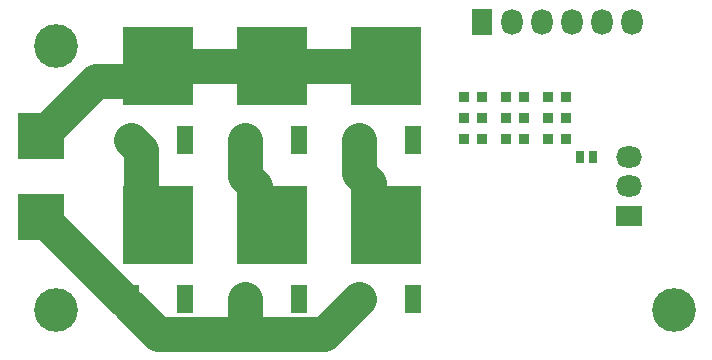
<source format=gbs>
G04*
G04 #@! TF.GenerationSoftware,Altium Limited,Altium Designer,21.7.1 (17)*
G04*
G04 Layer_Color=16711935*
%FSLAX44Y44*%
%MOMM*%
G71*
G04*
G04 #@! TF.SameCoordinates,3410F848-C5A3-4CD9-B6BE-FCF06B59130C*
G04*
G04*
G04 #@! TF.FilePolarity,Negative*
G04*
G01*
G75*
%ADD34R,0.9500X0.9500*%
%ADD36C,3.7000*%
%ADD37R,2.2000X1.8000*%
%ADD38O,2.2000X1.8000*%
%ADD39O,1.8000X2.2000*%
%ADD40R,1.8000X2.2000*%
%ADD56C,3.0000*%
%ADD57R,4.0132X4.0132*%
%ADD58R,1.4000X2.4000*%
%ADD59R,6.0000X6.6000*%
%ADD60R,0.8000X1.0000*%
D34*
X434340Y218440D02*
D03*
X419340D02*
D03*
X398900D02*
D03*
X383900D02*
D03*
X434340Y200660D02*
D03*
X419340D02*
D03*
X398900D02*
D03*
X383900D02*
D03*
X434340Y182880D02*
D03*
X419340D02*
D03*
X398900D02*
D03*
X383900D02*
D03*
X454900Y218440D02*
D03*
X469900D02*
D03*
X454900Y200660D02*
D03*
X469900D02*
D03*
X454900Y182880D02*
D03*
X469900D02*
D03*
D36*
X38100Y261620D02*
D03*
X561340Y38100D02*
D03*
X38100D02*
D03*
D37*
X523240Y117640D02*
D03*
D38*
Y142640D02*
D03*
Y167640D02*
D03*
D39*
X525780Y281940D02*
D03*
X500380D02*
D03*
X474980D02*
D03*
X449580D02*
D03*
X424180D02*
D03*
D40*
X398780D02*
D03*
D56*
X206980Y124240D02*
Y142907D01*
X198180Y151707D02*
X206980Y142907D01*
X198180Y151707D02*
Y181860D01*
X124460Y17780D02*
X198120D01*
X265240D02*
X294700Y47240D01*
X198120Y17780D02*
X265240D01*
X198180Y17840D02*
Y47240D01*
X101660Y40580D02*
X124460Y17780D01*
X25400Y116840D02*
X95000Y47240D01*
X294700Y154117D02*
X303500Y145317D01*
X294700Y154117D02*
Y181860D01*
X110460Y124240D02*
Y173060D01*
X101660Y181860D02*
X110460Y173060D01*
X220980Y244860D02*
X317500D01*
X124460D02*
X220980D01*
X71876Y231896D02*
X111496D01*
X25400Y185420D02*
X71876Y231896D01*
D57*
X25400Y185420D02*
D03*
Y116840D02*
D03*
D58*
X147260Y181860D02*
D03*
X101660D02*
D03*
X147260Y47240D02*
D03*
X101660D02*
D03*
X243780Y181860D02*
D03*
X198180D02*
D03*
X243780Y47240D02*
D03*
X198180D02*
D03*
X340300Y181860D02*
D03*
X294700D02*
D03*
X340300Y47240D02*
D03*
X294700D02*
D03*
D59*
X124460Y244860D02*
D03*
Y110240D02*
D03*
X220980Y244860D02*
D03*
Y110240D02*
D03*
X317500Y244860D02*
D03*
Y110240D02*
D03*
D60*
X493180Y167640D02*
D03*
X482180D02*
D03*
M02*

</source>
